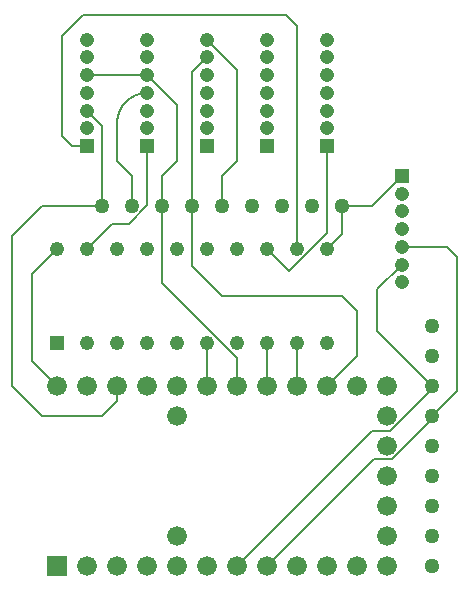
<source format=gbr>
G04 EAGLE Gerber RS-274X export*
G75*
%MOMM*%
%FSLAX34Y34*%
%LPD*%
%INBottom Copper*%
%IPPOS*%
%AMOC8*
5,1,8,0,0,1.08239X$1,22.5*%
G01*
%ADD10R,1.676400X1.676400*%
%ADD11C,1.676400*%
%ADD12R,1.208000X1.208000*%
%ADD13C,1.208000*%
%ADD14R,1.238000X1.238000*%
%ADD15C,1.238000*%
%ADD16C,1.278000*%
%ADD17C,1.258000*%
%ADD18C,0.152400*%


D10*
X25400Y25400D03*
D11*
X152400Y25400D03*
X228600Y25400D03*
X254000Y25400D03*
X177800Y25400D03*
X203200Y25400D03*
X304800Y152400D03*
X304800Y50800D03*
X304800Y177800D03*
X279400Y177800D03*
X279400Y25400D03*
X304800Y25400D03*
X177800Y177800D03*
X152400Y177800D03*
X127000Y177800D03*
X101600Y177800D03*
X76200Y177800D03*
X50800Y177800D03*
X127000Y152400D03*
X304800Y101600D03*
X127000Y50800D03*
X50800Y25400D03*
X76200Y25400D03*
X101600Y25400D03*
X127000Y25400D03*
X254000Y177800D03*
X228600Y177800D03*
X203200Y177800D03*
X25400Y177800D03*
X304800Y76200D03*
X304800Y127000D03*
D12*
X254000Y381000D03*
D13*
X254000Y396000D03*
X254000Y411000D03*
X254000Y426000D03*
X254000Y441000D03*
X254000Y456000D03*
X254000Y471000D03*
D12*
X203200Y381000D03*
D13*
X203200Y396000D03*
X203200Y411000D03*
X203200Y426000D03*
X203200Y441000D03*
X203200Y456000D03*
X203200Y471000D03*
D12*
X152400Y381000D03*
D13*
X152400Y396000D03*
X152400Y411000D03*
X152400Y426000D03*
X152400Y441000D03*
X152400Y456000D03*
X152400Y471000D03*
D12*
X101600Y381000D03*
D13*
X101600Y396000D03*
X101600Y411000D03*
X101600Y426000D03*
X101600Y441000D03*
X101600Y456000D03*
X101600Y471000D03*
D12*
X50800Y381000D03*
D13*
X50800Y396000D03*
X50800Y411000D03*
X50800Y426000D03*
X50800Y441000D03*
X50800Y456000D03*
X50800Y471000D03*
D12*
X317500Y355600D03*
D13*
X317500Y340600D03*
X317500Y325600D03*
X317500Y310600D03*
X317500Y295600D03*
X317500Y280600D03*
X317500Y265600D03*
D14*
X25400Y214300D03*
D15*
X50800Y214300D03*
X76200Y214300D03*
X101600Y214300D03*
X127000Y214300D03*
X152400Y214300D03*
X177800Y214300D03*
X203200Y214300D03*
X228600Y214300D03*
X254000Y214300D03*
X254000Y293700D03*
X228600Y293700D03*
X203200Y293700D03*
X177800Y293700D03*
X152400Y293700D03*
X127000Y293700D03*
X101600Y293700D03*
X76200Y293700D03*
X50800Y293700D03*
X25400Y293700D03*
D16*
X266700Y330200D03*
D17*
X241300Y330200D03*
X215900Y330200D03*
X190500Y330200D03*
X165100Y330200D03*
X139700Y330200D03*
X114300Y330200D03*
X88900Y330200D03*
X63500Y330200D03*
D16*
X342900Y25400D03*
D17*
X342900Y50800D03*
X342900Y76200D03*
X342900Y101600D03*
X342900Y127000D03*
X342900Y152400D03*
X342900Y177800D03*
X342900Y203200D03*
X342900Y228600D03*
D18*
X25400Y177800D02*
X4224Y198976D01*
X4224Y272524D01*
X25400Y293700D01*
X63500Y330200D02*
X63500Y398300D01*
X50800Y411000D01*
X76200Y177800D02*
X76200Y165100D01*
X63500Y152400D01*
X12700Y152400D01*
X-12700Y177800D01*
X-12700Y304800D01*
X12700Y330200D01*
X63500Y330200D01*
X76200Y400600D02*
X76207Y401214D01*
X76230Y401827D01*
X76267Y402440D01*
X76319Y403051D01*
X76385Y403662D01*
X76467Y404270D01*
X76563Y404876D01*
X76673Y405480D01*
X76798Y406081D01*
X76938Y406679D01*
X77092Y407273D01*
X77261Y407863D01*
X77443Y408449D01*
X77640Y409030D01*
X77851Y409607D01*
X78075Y410178D01*
X78313Y410744D01*
X78565Y411304D01*
X78831Y411857D01*
X79109Y412404D01*
X79401Y412944D01*
X79706Y413477D01*
X80024Y414002D01*
X80354Y414520D01*
X80696Y415029D01*
X81051Y415530D01*
X81418Y416022D01*
X81796Y416505D01*
X82186Y416979D01*
X82588Y417443D01*
X83000Y417898D01*
X83424Y418342D01*
X83858Y418776D01*
X84302Y419200D01*
X84757Y419612D01*
X85221Y420014D01*
X85695Y420404D01*
X86178Y420782D01*
X86670Y421149D01*
X87171Y421504D01*
X87680Y421846D01*
X88198Y422176D01*
X88723Y422494D01*
X89256Y422799D01*
X89796Y423091D01*
X90343Y423369D01*
X90896Y423635D01*
X91456Y423887D01*
X92022Y424125D01*
X92593Y424349D01*
X93170Y424560D01*
X93751Y424757D01*
X94337Y424939D01*
X94927Y425108D01*
X95521Y425262D01*
X96119Y425402D01*
X96720Y425527D01*
X97324Y425637D01*
X97930Y425733D01*
X98538Y425815D01*
X99149Y425881D01*
X99760Y425933D01*
X100373Y425970D01*
X100986Y425993D01*
X101600Y426000D01*
X76200Y400600D02*
X76200Y368300D01*
X88900Y355600D02*
X88900Y330200D01*
X88900Y355600D02*
X76200Y368300D01*
X127000Y368300D02*
X127000Y415600D01*
X127000Y368300D02*
X114300Y355600D01*
X114300Y330200D01*
X127000Y415600D02*
X101600Y441000D01*
X177800Y201600D02*
X177800Y177800D01*
X177800Y201600D02*
X114300Y265100D01*
X114300Y330200D01*
X101600Y441000D02*
X50800Y441000D01*
X177800Y445600D02*
X177800Y368300D01*
X165100Y355600D01*
X165100Y330200D01*
X177800Y445600D02*
X152400Y471000D01*
X139700Y443300D02*
X139700Y330200D01*
X139700Y443300D02*
X152400Y456000D01*
X279400Y203200D02*
X254000Y177800D01*
X279400Y203200D02*
X279400Y241300D01*
X266700Y254000D01*
X165100Y254000D02*
X139700Y279400D01*
X139700Y330200D01*
X165100Y254000D02*
X266700Y254000D01*
X292100Y330200D02*
X317500Y355600D01*
X292100Y330200D02*
X266700Y330200D01*
X266700Y306400D02*
X254000Y293700D01*
X266700Y306400D02*
X266700Y330200D01*
X228600Y214300D02*
X228600Y177800D01*
X203200Y177800D02*
X203200Y214300D01*
X152400Y214300D02*
X152400Y177800D01*
X294132Y116332D02*
X203200Y25400D01*
X294132Y116332D02*
X309219Y116332D01*
X342900Y150013D01*
X342900Y152400D01*
X364176Y287024D02*
X355600Y295600D01*
X317500Y295600D01*
X364176Y287024D02*
X364176Y173676D01*
X342900Y152400D01*
X292100Y139700D02*
X177800Y25400D01*
X292100Y139700D02*
X307187Y139700D01*
X342900Y175413D01*
X342900Y177800D01*
X296474Y259574D02*
X317500Y280600D01*
X296474Y259574D02*
X296474Y224226D01*
X342900Y177800D01*
X72316Y315216D02*
X50800Y293700D01*
X72316Y315216D02*
X86045Y315216D01*
X101600Y330772D01*
X101600Y381000D01*
X228600Y293700D02*
X228600Y482775D01*
X219349Y492026D01*
X47351Y492026D01*
X29774Y474449D01*
X29774Y389326D01*
X38100Y381000D02*
X50800Y381000D01*
X38100Y381000D02*
X29774Y389326D01*
X203200Y293700D02*
X221894Y275007D01*
X254000Y307113D01*
X254000Y381000D01*
M02*

</source>
